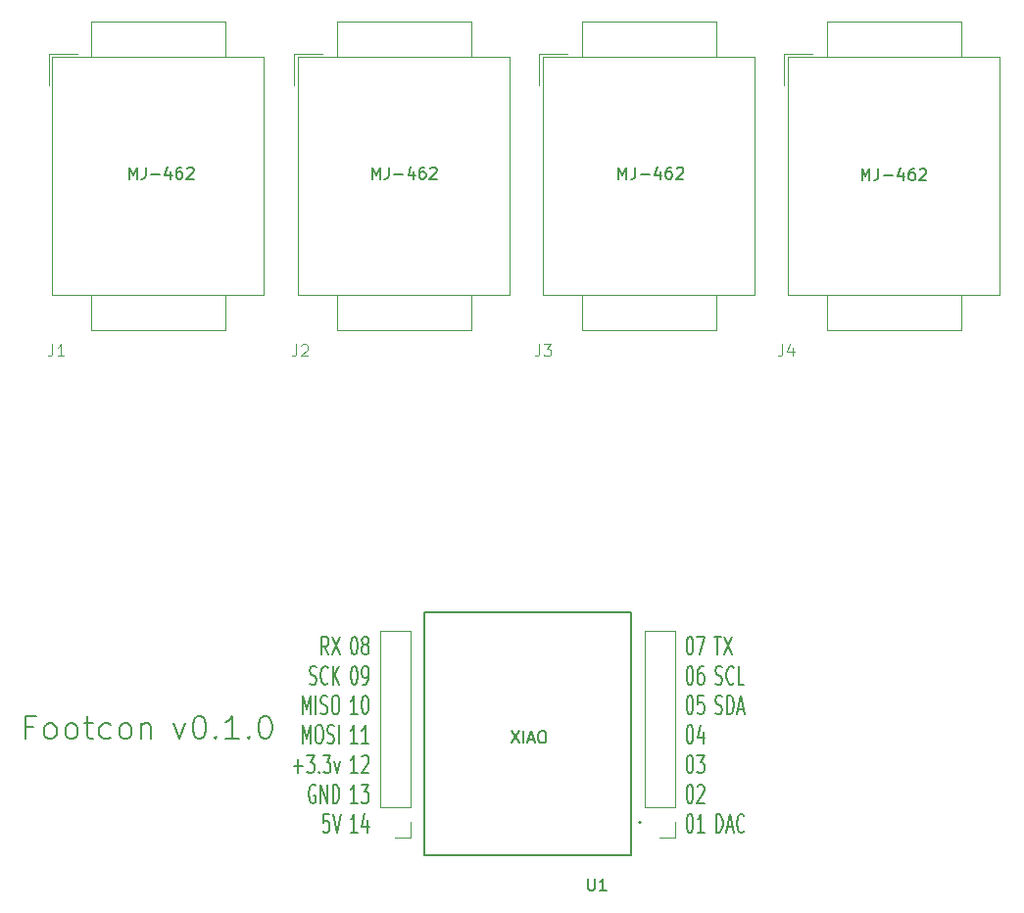
<source format=gbr>
%TF.GenerationSoftware,KiCad,Pcbnew,(7.0.0)*%
%TF.CreationDate,2023-02-28T10:18:03+09:00*%
%TF.ProjectId,footcon,666f6f74-636f-46e2-9e6b-696361645f70,0.10*%
%TF.SameCoordinates,Original*%
%TF.FileFunction,Legend,Top*%
%TF.FilePolarity,Positive*%
%FSLAX46Y46*%
G04 Gerber Fmt 4.6, Leading zero omitted, Abs format (unit mm)*
G04 Created by KiCad (PCBNEW (7.0.0)) date 2023-02-28 10:18:03*
%MOMM*%
%LPD*%
G01*
G04 APERTURE LIST*
%ADD10C,0.150000*%
%ADD11C,0.200000*%
%ADD12C,0.100000*%
%ADD13C,0.120000*%
%ADD14C,0.127000*%
G04 APERTURE END LIST*
D10*
X128409048Y-120598561D02*
X128075715Y-119846180D01*
X127837620Y-120598561D02*
X127837620Y-119018561D01*
X127837620Y-119018561D02*
X128218572Y-119018561D01*
X128218572Y-119018561D02*
X128313810Y-119093800D01*
X128313810Y-119093800D02*
X128361429Y-119169038D01*
X128361429Y-119169038D02*
X128409048Y-119319514D01*
X128409048Y-119319514D02*
X128409048Y-119545228D01*
X128409048Y-119545228D02*
X128361429Y-119695704D01*
X128361429Y-119695704D02*
X128313810Y-119770942D01*
X128313810Y-119770942D02*
X128218572Y-119846180D01*
X128218572Y-119846180D02*
X127837620Y-119846180D01*
X128742382Y-119018561D02*
X129409048Y-120598561D01*
X129409048Y-119018561D02*
X128742382Y-120598561D01*
X130580477Y-119018561D02*
X130675715Y-119018561D01*
X130675715Y-119018561D02*
X130770953Y-119093800D01*
X130770953Y-119093800D02*
X130818572Y-119169038D01*
X130818572Y-119169038D02*
X130866191Y-119319514D01*
X130866191Y-119319514D02*
X130913810Y-119620466D01*
X130913810Y-119620466D02*
X130913810Y-119996657D01*
X130913810Y-119996657D02*
X130866191Y-120297609D01*
X130866191Y-120297609D02*
X130818572Y-120448085D01*
X130818572Y-120448085D02*
X130770953Y-120523323D01*
X130770953Y-120523323D02*
X130675715Y-120598561D01*
X130675715Y-120598561D02*
X130580477Y-120598561D01*
X130580477Y-120598561D02*
X130485239Y-120523323D01*
X130485239Y-120523323D02*
X130437620Y-120448085D01*
X130437620Y-120448085D02*
X130390001Y-120297609D01*
X130390001Y-120297609D02*
X130342382Y-119996657D01*
X130342382Y-119996657D02*
X130342382Y-119620466D01*
X130342382Y-119620466D02*
X130390001Y-119319514D01*
X130390001Y-119319514D02*
X130437620Y-119169038D01*
X130437620Y-119169038D02*
X130485239Y-119093800D01*
X130485239Y-119093800D02*
X130580477Y-119018561D01*
X131485239Y-119695704D02*
X131390001Y-119620466D01*
X131390001Y-119620466D02*
X131342382Y-119545228D01*
X131342382Y-119545228D02*
X131294763Y-119394752D01*
X131294763Y-119394752D02*
X131294763Y-119319514D01*
X131294763Y-119319514D02*
X131342382Y-119169038D01*
X131342382Y-119169038D02*
X131390001Y-119093800D01*
X131390001Y-119093800D02*
X131485239Y-119018561D01*
X131485239Y-119018561D02*
X131675715Y-119018561D01*
X131675715Y-119018561D02*
X131770953Y-119093800D01*
X131770953Y-119093800D02*
X131818572Y-119169038D01*
X131818572Y-119169038D02*
X131866191Y-119319514D01*
X131866191Y-119319514D02*
X131866191Y-119394752D01*
X131866191Y-119394752D02*
X131818572Y-119545228D01*
X131818572Y-119545228D02*
X131770953Y-119620466D01*
X131770953Y-119620466D02*
X131675715Y-119695704D01*
X131675715Y-119695704D02*
X131485239Y-119695704D01*
X131485239Y-119695704D02*
X131390001Y-119770942D01*
X131390001Y-119770942D02*
X131342382Y-119846180D01*
X131342382Y-119846180D02*
X131294763Y-119996657D01*
X131294763Y-119996657D02*
X131294763Y-120297609D01*
X131294763Y-120297609D02*
X131342382Y-120448085D01*
X131342382Y-120448085D02*
X131390001Y-120523323D01*
X131390001Y-120523323D02*
X131485239Y-120598561D01*
X131485239Y-120598561D02*
X131675715Y-120598561D01*
X131675715Y-120598561D02*
X131770953Y-120523323D01*
X131770953Y-120523323D02*
X131818572Y-120448085D01*
X131818572Y-120448085D02*
X131866191Y-120297609D01*
X131866191Y-120297609D02*
X131866191Y-119996657D01*
X131866191Y-119996657D02*
X131818572Y-119846180D01*
X131818572Y-119846180D02*
X131770953Y-119770942D01*
X131770953Y-119770942D02*
X131675715Y-119695704D01*
X126790001Y-123082923D02*
X126932858Y-123158161D01*
X126932858Y-123158161D02*
X127170953Y-123158161D01*
X127170953Y-123158161D02*
X127266191Y-123082923D01*
X127266191Y-123082923D02*
X127313810Y-123007685D01*
X127313810Y-123007685D02*
X127361429Y-122857209D01*
X127361429Y-122857209D02*
X127361429Y-122706733D01*
X127361429Y-122706733D02*
X127313810Y-122556257D01*
X127313810Y-122556257D02*
X127266191Y-122481019D01*
X127266191Y-122481019D02*
X127170953Y-122405780D01*
X127170953Y-122405780D02*
X126980477Y-122330542D01*
X126980477Y-122330542D02*
X126885239Y-122255304D01*
X126885239Y-122255304D02*
X126837620Y-122180066D01*
X126837620Y-122180066D02*
X126790001Y-122029590D01*
X126790001Y-122029590D02*
X126790001Y-121879114D01*
X126790001Y-121879114D02*
X126837620Y-121728638D01*
X126837620Y-121728638D02*
X126885239Y-121653400D01*
X126885239Y-121653400D02*
X126980477Y-121578161D01*
X126980477Y-121578161D02*
X127218572Y-121578161D01*
X127218572Y-121578161D02*
X127361429Y-121653400D01*
X128361429Y-123007685D02*
X128313810Y-123082923D01*
X128313810Y-123082923D02*
X128170953Y-123158161D01*
X128170953Y-123158161D02*
X128075715Y-123158161D01*
X128075715Y-123158161D02*
X127932858Y-123082923D01*
X127932858Y-123082923D02*
X127837620Y-122932447D01*
X127837620Y-122932447D02*
X127790001Y-122781971D01*
X127790001Y-122781971D02*
X127742382Y-122481019D01*
X127742382Y-122481019D02*
X127742382Y-122255304D01*
X127742382Y-122255304D02*
X127790001Y-121954352D01*
X127790001Y-121954352D02*
X127837620Y-121803876D01*
X127837620Y-121803876D02*
X127932858Y-121653400D01*
X127932858Y-121653400D02*
X128075715Y-121578161D01*
X128075715Y-121578161D02*
X128170953Y-121578161D01*
X128170953Y-121578161D02*
X128313810Y-121653400D01*
X128313810Y-121653400D02*
X128361429Y-121728638D01*
X128790001Y-123158161D02*
X128790001Y-121578161D01*
X129361429Y-123158161D02*
X128932858Y-122255304D01*
X129361429Y-121578161D02*
X128790001Y-122481019D01*
X130580477Y-121578161D02*
X130675715Y-121578161D01*
X130675715Y-121578161D02*
X130770953Y-121653400D01*
X130770953Y-121653400D02*
X130818572Y-121728638D01*
X130818572Y-121728638D02*
X130866191Y-121879114D01*
X130866191Y-121879114D02*
X130913810Y-122180066D01*
X130913810Y-122180066D02*
X130913810Y-122556257D01*
X130913810Y-122556257D02*
X130866191Y-122857209D01*
X130866191Y-122857209D02*
X130818572Y-123007685D01*
X130818572Y-123007685D02*
X130770953Y-123082923D01*
X130770953Y-123082923D02*
X130675715Y-123158161D01*
X130675715Y-123158161D02*
X130580477Y-123158161D01*
X130580477Y-123158161D02*
X130485239Y-123082923D01*
X130485239Y-123082923D02*
X130437620Y-123007685D01*
X130437620Y-123007685D02*
X130390001Y-122857209D01*
X130390001Y-122857209D02*
X130342382Y-122556257D01*
X130342382Y-122556257D02*
X130342382Y-122180066D01*
X130342382Y-122180066D02*
X130390001Y-121879114D01*
X130390001Y-121879114D02*
X130437620Y-121728638D01*
X130437620Y-121728638D02*
X130485239Y-121653400D01*
X130485239Y-121653400D02*
X130580477Y-121578161D01*
X131390001Y-123158161D02*
X131580477Y-123158161D01*
X131580477Y-123158161D02*
X131675715Y-123082923D01*
X131675715Y-123082923D02*
X131723334Y-123007685D01*
X131723334Y-123007685D02*
X131818572Y-122781971D01*
X131818572Y-122781971D02*
X131866191Y-122481019D01*
X131866191Y-122481019D02*
X131866191Y-121879114D01*
X131866191Y-121879114D02*
X131818572Y-121728638D01*
X131818572Y-121728638D02*
X131770953Y-121653400D01*
X131770953Y-121653400D02*
X131675715Y-121578161D01*
X131675715Y-121578161D02*
X131485239Y-121578161D01*
X131485239Y-121578161D02*
X131390001Y-121653400D01*
X131390001Y-121653400D02*
X131342382Y-121728638D01*
X131342382Y-121728638D02*
X131294763Y-121879114D01*
X131294763Y-121879114D02*
X131294763Y-122255304D01*
X131294763Y-122255304D02*
X131342382Y-122405780D01*
X131342382Y-122405780D02*
X131390001Y-122481019D01*
X131390001Y-122481019D02*
X131485239Y-122556257D01*
X131485239Y-122556257D02*
X131675715Y-122556257D01*
X131675715Y-122556257D02*
X131770953Y-122481019D01*
X131770953Y-122481019D02*
X131818572Y-122405780D01*
X131818572Y-122405780D02*
X131866191Y-122255304D01*
X126170954Y-125717761D02*
X126170954Y-124137761D01*
X126170954Y-124137761D02*
X126504287Y-125266333D01*
X126504287Y-125266333D02*
X126837620Y-124137761D01*
X126837620Y-124137761D02*
X126837620Y-125717761D01*
X127313811Y-125717761D02*
X127313811Y-124137761D01*
X127742382Y-125642523D02*
X127885239Y-125717761D01*
X127885239Y-125717761D02*
X128123334Y-125717761D01*
X128123334Y-125717761D02*
X128218572Y-125642523D01*
X128218572Y-125642523D02*
X128266191Y-125567285D01*
X128266191Y-125567285D02*
X128313810Y-125416809D01*
X128313810Y-125416809D02*
X128313810Y-125266333D01*
X128313810Y-125266333D02*
X128266191Y-125115857D01*
X128266191Y-125115857D02*
X128218572Y-125040619D01*
X128218572Y-125040619D02*
X128123334Y-124965380D01*
X128123334Y-124965380D02*
X127932858Y-124890142D01*
X127932858Y-124890142D02*
X127837620Y-124814904D01*
X127837620Y-124814904D02*
X127790001Y-124739666D01*
X127790001Y-124739666D02*
X127742382Y-124589190D01*
X127742382Y-124589190D02*
X127742382Y-124438714D01*
X127742382Y-124438714D02*
X127790001Y-124288238D01*
X127790001Y-124288238D02*
X127837620Y-124213000D01*
X127837620Y-124213000D02*
X127932858Y-124137761D01*
X127932858Y-124137761D02*
X128170953Y-124137761D01*
X128170953Y-124137761D02*
X128313810Y-124213000D01*
X128932858Y-124137761D02*
X129123334Y-124137761D01*
X129123334Y-124137761D02*
X129218572Y-124213000D01*
X129218572Y-124213000D02*
X129313810Y-124363476D01*
X129313810Y-124363476D02*
X129361429Y-124664428D01*
X129361429Y-124664428D02*
X129361429Y-125191095D01*
X129361429Y-125191095D02*
X129313810Y-125492047D01*
X129313810Y-125492047D02*
X129218572Y-125642523D01*
X129218572Y-125642523D02*
X129123334Y-125717761D01*
X129123334Y-125717761D02*
X128932858Y-125717761D01*
X128932858Y-125717761D02*
X128837620Y-125642523D01*
X128837620Y-125642523D02*
X128742382Y-125492047D01*
X128742382Y-125492047D02*
X128694763Y-125191095D01*
X128694763Y-125191095D02*
X128694763Y-124664428D01*
X128694763Y-124664428D02*
X128742382Y-124363476D01*
X128742382Y-124363476D02*
X128837620Y-124213000D01*
X128837620Y-124213000D02*
X128932858Y-124137761D01*
X130913810Y-125717761D02*
X130342382Y-125717761D01*
X130628096Y-125717761D02*
X130628096Y-124137761D01*
X130628096Y-124137761D02*
X130532858Y-124363476D01*
X130532858Y-124363476D02*
X130437620Y-124513952D01*
X130437620Y-124513952D02*
X130342382Y-124589190D01*
X131532858Y-124137761D02*
X131628096Y-124137761D01*
X131628096Y-124137761D02*
X131723334Y-124213000D01*
X131723334Y-124213000D02*
X131770953Y-124288238D01*
X131770953Y-124288238D02*
X131818572Y-124438714D01*
X131818572Y-124438714D02*
X131866191Y-124739666D01*
X131866191Y-124739666D02*
X131866191Y-125115857D01*
X131866191Y-125115857D02*
X131818572Y-125416809D01*
X131818572Y-125416809D02*
X131770953Y-125567285D01*
X131770953Y-125567285D02*
X131723334Y-125642523D01*
X131723334Y-125642523D02*
X131628096Y-125717761D01*
X131628096Y-125717761D02*
X131532858Y-125717761D01*
X131532858Y-125717761D02*
X131437620Y-125642523D01*
X131437620Y-125642523D02*
X131390001Y-125567285D01*
X131390001Y-125567285D02*
X131342382Y-125416809D01*
X131342382Y-125416809D02*
X131294763Y-125115857D01*
X131294763Y-125115857D02*
X131294763Y-124739666D01*
X131294763Y-124739666D02*
X131342382Y-124438714D01*
X131342382Y-124438714D02*
X131390001Y-124288238D01*
X131390001Y-124288238D02*
X131437620Y-124213000D01*
X131437620Y-124213000D02*
X131532858Y-124137761D01*
X126170954Y-128277361D02*
X126170954Y-126697361D01*
X126170954Y-126697361D02*
X126504287Y-127825933D01*
X126504287Y-127825933D02*
X126837620Y-126697361D01*
X126837620Y-126697361D02*
X126837620Y-128277361D01*
X127504287Y-126697361D02*
X127694763Y-126697361D01*
X127694763Y-126697361D02*
X127790001Y-126772600D01*
X127790001Y-126772600D02*
X127885239Y-126923076D01*
X127885239Y-126923076D02*
X127932858Y-127224028D01*
X127932858Y-127224028D02*
X127932858Y-127750695D01*
X127932858Y-127750695D02*
X127885239Y-128051647D01*
X127885239Y-128051647D02*
X127790001Y-128202123D01*
X127790001Y-128202123D02*
X127694763Y-128277361D01*
X127694763Y-128277361D02*
X127504287Y-128277361D01*
X127504287Y-128277361D02*
X127409049Y-128202123D01*
X127409049Y-128202123D02*
X127313811Y-128051647D01*
X127313811Y-128051647D02*
X127266192Y-127750695D01*
X127266192Y-127750695D02*
X127266192Y-127224028D01*
X127266192Y-127224028D02*
X127313811Y-126923076D01*
X127313811Y-126923076D02*
X127409049Y-126772600D01*
X127409049Y-126772600D02*
X127504287Y-126697361D01*
X128313811Y-128202123D02*
X128456668Y-128277361D01*
X128456668Y-128277361D02*
X128694763Y-128277361D01*
X128694763Y-128277361D02*
X128790001Y-128202123D01*
X128790001Y-128202123D02*
X128837620Y-128126885D01*
X128837620Y-128126885D02*
X128885239Y-127976409D01*
X128885239Y-127976409D02*
X128885239Y-127825933D01*
X128885239Y-127825933D02*
X128837620Y-127675457D01*
X128837620Y-127675457D02*
X128790001Y-127600219D01*
X128790001Y-127600219D02*
X128694763Y-127524980D01*
X128694763Y-127524980D02*
X128504287Y-127449742D01*
X128504287Y-127449742D02*
X128409049Y-127374504D01*
X128409049Y-127374504D02*
X128361430Y-127299266D01*
X128361430Y-127299266D02*
X128313811Y-127148790D01*
X128313811Y-127148790D02*
X128313811Y-126998314D01*
X128313811Y-126998314D02*
X128361430Y-126847838D01*
X128361430Y-126847838D02*
X128409049Y-126772600D01*
X128409049Y-126772600D02*
X128504287Y-126697361D01*
X128504287Y-126697361D02*
X128742382Y-126697361D01*
X128742382Y-126697361D02*
X128885239Y-126772600D01*
X129313811Y-128277361D02*
X129313811Y-126697361D01*
X130913810Y-128277361D02*
X130342382Y-128277361D01*
X130628096Y-128277361D02*
X130628096Y-126697361D01*
X130628096Y-126697361D02*
X130532858Y-126923076D01*
X130532858Y-126923076D02*
X130437620Y-127073552D01*
X130437620Y-127073552D02*
X130342382Y-127148790D01*
X131866191Y-128277361D02*
X131294763Y-128277361D01*
X131580477Y-128277361D02*
X131580477Y-126697361D01*
X131580477Y-126697361D02*
X131485239Y-126923076D01*
X131485239Y-126923076D02*
X131390001Y-127073552D01*
X131390001Y-127073552D02*
X131294763Y-127148790D01*
X125409049Y-130235057D02*
X126170954Y-130235057D01*
X125790001Y-130836961D02*
X125790001Y-129633152D01*
X126551906Y-129256961D02*
X127170953Y-129256961D01*
X127170953Y-129256961D02*
X126837620Y-129858866D01*
X126837620Y-129858866D02*
X126980477Y-129858866D01*
X126980477Y-129858866D02*
X127075715Y-129934104D01*
X127075715Y-129934104D02*
X127123334Y-130009342D01*
X127123334Y-130009342D02*
X127170953Y-130159819D01*
X127170953Y-130159819D02*
X127170953Y-130536009D01*
X127170953Y-130536009D02*
X127123334Y-130686485D01*
X127123334Y-130686485D02*
X127075715Y-130761723D01*
X127075715Y-130761723D02*
X126980477Y-130836961D01*
X126980477Y-130836961D02*
X126694763Y-130836961D01*
X126694763Y-130836961D02*
X126599525Y-130761723D01*
X126599525Y-130761723D02*
X126551906Y-130686485D01*
X127599525Y-130686485D02*
X127647144Y-130761723D01*
X127647144Y-130761723D02*
X127599525Y-130836961D01*
X127599525Y-130836961D02*
X127551906Y-130761723D01*
X127551906Y-130761723D02*
X127599525Y-130686485D01*
X127599525Y-130686485D02*
X127599525Y-130836961D01*
X127980477Y-129256961D02*
X128599524Y-129256961D01*
X128599524Y-129256961D02*
X128266191Y-129858866D01*
X128266191Y-129858866D02*
X128409048Y-129858866D01*
X128409048Y-129858866D02*
X128504286Y-129934104D01*
X128504286Y-129934104D02*
X128551905Y-130009342D01*
X128551905Y-130009342D02*
X128599524Y-130159819D01*
X128599524Y-130159819D02*
X128599524Y-130536009D01*
X128599524Y-130536009D02*
X128551905Y-130686485D01*
X128551905Y-130686485D02*
X128504286Y-130761723D01*
X128504286Y-130761723D02*
X128409048Y-130836961D01*
X128409048Y-130836961D02*
X128123334Y-130836961D01*
X128123334Y-130836961D02*
X128028096Y-130761723D01*
X128028096Y-130761723D02*
X127980477Y-130686485D01*
X128932858Y-129783628D02*
X129170953Y-130836961D01*
X129170953Y-130836961D02*
X129409048Y-129783628D01*
X130913810Y-130836961D02*
X130342382Y-130836961D01*
X130628096Y-130836961D02*
X130628096Y-129256961D01*
X130628096Y-129256961D02*
X130532858Y-129482676D01*
X130532858Y-129482676D02*
X130437620Y-129633152D01*
X130437620Y-129633152D02*
X130342382Y-129708390D01*
X131294763Y-129407438D02*
X131342382Y-129332200D01*
X131342382Y-129332200D02*
X131437620Y-129256961D01*
X131437620Y-129256961D02*
X131675715Y-129256961D01*
X131675715Y-129256961D02*
X131770953Y-129332200D01*
X131770953Y-129332200D02*
X131818572Y-129407438D01*
X131818572Y-129407438D02*
X131866191Y-129557914D01*
X131866191Y-129557914D02*
X131866191Y-129708390D01*
X131866191Y-129708390D02*
X131818572Y-129934104D01*
X131818572Y-129934104D02*
X131247144Y-130836961D01*
X131247144Y-130836961D02*
X131866191Y-130836961D01*
X127266191Y-131891800D02*
X127170953Y-131816561D01*
X127170953Y-131816561D02*
X127028096Y-131816561D01*
X127028096Y-131816561D02*
X126885239Y-131891800D01*
X126885239Y-131891800D02*
X126790001Y-132042276D01*
X126790001Y-132042276D02*
X126742382Y-132192752D01*
X126742382Y-132192752D02*
X126694763Y-132493704D01*
X126694763Y-132493704D02*
X126694763Y-132719419D01*
X126694763Y-132719419D02*
X126742382Y-133020371D01*
X126742382Y-133020371D02*
X126790001Y-133170847D01*
X126790001Y-133170847D02*
X126885239Y-133321323D01*
X126885239Y-133321323D02*
X127028096Y-133396561D01*
X127028096Y-133396561D02*
X127123334Y-133396561D01*
X127123334Y-133396561D02*
X127266191Y-133321323D01*
X127266191Y-133321323D02*
X127313810Y-133246085D01*
X127313810Y-133246085D02*
X127313810Y-132719419D01*
X127313810Y-132719419D02*
X127123334Y-132719419D01*
X127742382Y-133396561D02*
X127742382Y-131816561D01*
X127742382Y-131816561D02*
X128313810Y-133396561D01*
X128313810Y-133396561D02*
X128313810Y-131816561D01*
X128790001Y-133396561D02*
X128790001Y-131816561D01*
X128790001Y-131816561D02*
X129028096Y-131816561D01*
X129028096Y-131816561D02*
X129170953Y-131891800D01*
X129170953Y-131891800D02*
X129266191Y-132042276D01*
X129266191Y-132042276D02*
X129313810Y-132192752D01*
X129313810Y-132192752D02*
X129361429Y-132493704D01*
X129361429Y-132493704D02*
X129361429Y-132719419D01*
X129361429Y-132719419D02*
X129313810Y-133020371D01*
X129313810Y-133020371D02*
X129266191Y-133170847D01*
X129266191Y-133170847D02*
X129170953Y-133321323D01*
X129170953Y-133321323D02*
X129028096Y-133396561D01*
X129028096Y-133396561D02*
X128790001Y-133396561D01*
X130913810Y-133396561D02*
X130342382Y-133396561D01*
X130628096Y-133396561D02*
X130628096Y-131816561D01*
X130628096Y-131816561D02*
X130532858Y-132042276D01*
X130532858Y-132042276D02*
X130437620Y-132192752D01*
X130437620Y-132192752D02*
X130342382Y-132267990D01*
X131247144Y-131816561D02*
X131866191Y-131816561D01*
X131866191Y-131816561D02*
X131532858Y-132418466D01*
X131532858Y-132418466D02*
X131675715Y-132418466D01*
X131675715Y-132418466D02*
X131770953Y-132493704D01*
X131770953Y-132493704D02*
X131818572Y-132568942D01*
X131818572Y-132568942D02*
X131866191Y-132719419D01*
X131866191Y-132719419D02*
X131866191Y-133095609D01*
X131866191Y-133095609D02*
X131818572Y-133246085D01*
X131818572Y-133246085D02*
X131770953Y-133321323D01*
X131770953Y-133321323D02*
X131675715Y-133396561D01*
X131675715Y-133396561D02*
X131390001Y-133396561D01*
X131390001Y-133396561D02*
X131294763Y-133321323D01*
X131294763Y-133321323D02*
X131247144Y-133246085D01*
X128456667Y-134376161D02*
X127980477Y-134376161D01*
X127980477Y-134376161D02*
X127932858Y-135128542D01*
X127932858Y-135128542D02*
X127980477Y-135053304D01*
X127980477Y-135053304D02*
X128075715Y-134978066D01*
X128075715Y-134978066D02*
X128313810Y-134978066D01*
X128313810Y-134978066D02*
X128409048Y-135053304D01*
X128409048Y-135053304D02*
X128456667Y-135128542D01*
X128456667Y-135128542D02*
X128504286Y-135279019D01*
X128504286Y-135279019D02*
X128504286Y-135655209D01*
X128504286Y-135655209D02*
X128456667Y-135805685D01*
X128456667Y-135805685D02*
X128409048Y-135880923D01*
X128409048Y-135880923D02*
X128313810Y-135956161D01*
X128313810Y-135956161D02*
X128075715Y-135956161D01*
X128075715Y-135956161D02*
X127980477Y-135880923D01*
X127980477Y-135880923D02*
X127932858Y-135805685D01*
X128790001Y-134376161D02*
X129123334Y-135956161D01*
X129123334Y-135956161D02*
X129456667Y-134376161D01*
X130913810Y-135956161D02*
X130342382Y-135956161D01*
X130628096Y-135956161D02*
X130628096Y-134376161D01*
X130628096Y-134376161D02*
X130532858Y-134601876D01*
X130532858Y-134601876D02*
X130437620Y-134752352D01*
X130437620Y-134752352D02*
X130342382Y-134827590D01*
X131770953Y-134902828D02*
X131770953Y-135956161D01*
X131532858Y-134300923D02*
X131294763Y-135429495D01*
X131294763Y-135429495D02*
X131913810Y-135429495D01*
X159585239Y-119018561D02*
X159680477Y-119018561D01*
X159680477Y-119018561D02*
X159775715Y-119093800D01*
X159775715Y-119093800D02*
X159823334Y-119169038D01*
X159823334Y-119169038D02*
X159870953Y-119319514D01*
X159870953Y-119319514D02*
X159918572Y-119620466D01*
X159918572Y-119620466D02*
X159918572Y-119996657D01*
X159918572Y-119996657D02*
X159870953Y-120297609D01*
X159870953Y-120297609D02*
X159823334Y-120448085D01*
X159823334Y-120448085D02*
X159775715Y-120523323D01*
X159775715Y-120523323D02*
X159680477Y-120598561D01*
X159680477Y-120598561D02*
X159585239Y-120598561D01*
X159585239Y-120598561D02*
X159490001Y-120523323D01*
X159490001Y-120523323D02*
X159442382Y-120448085D01*
X159442382Y-120448085D02*
X159394763Y-120297609D01*
X159394763Y-120297609D02*
X159347144Y-119996657D01*
X159347144Y-119996657D02*
X159347144Y-119620466D01*
X159347144Y-119620466D02*
X159394763Y-119319514D01*
X159394763Y-119319514D02*
X159442382Y-119169038D01*
X159442382Y-119169038D02*
X159490001Y-119093800D01*
X159490001Y-119093800D02*
X159585239Y-119018561D01*
X160251906Y-119018561D02*
X160918572Y-119018561D01*
X160918572Y-119018561D02*
X160490001Y-120598561D01*
X161756668Y-119018561D02*
X162328096Y-119018561D01*
X162042382Y-120598561D02*
X162042382Y-119018561D01*
X162566192Y-119018561D02*
X163232858Y-120598561D01*
X163232858Y-119018561D02*
X162566192Y-120598561D01*
X159585239Y-121578161D02*
X159680477Y-121578161D01*
X159680477Y-121578161D02*
X159775715Y-121653400D01*
X159775715Y-121653400D02*
X159823334Y-121728638D01*
X159823334Y-121728638D02*
X159870953Y-121879114D01*
X159870953Y-121879114D02*
X159918572Y-122180066D01*
X159918572Y-122180066D02*
X159918572Y-122556257D01*
X159918572Y-122556257D02*
X159870953Y-122857209D01*
X159870953Y-122857209D02*
X159823334Y-123007685D01*
X159823334Y-123007685D02*
X159775715Y-123082923D01*
X159775715Y-123082923D02*
X159680477Y-123158161D01*
X159680477Y-123158161D02*
X159585239Y-123158161D01*
X159585239Y-123158161D02*
X159490001Y-123082923D01*
X159490001Y-123082923D02*
X159442382Y-123007685D01*
X159442382Y-123007685D02*
X159394763Y-122857209D01*
X159394763Y-122857209D02*
X159347144Y-122556257D01*
X159347144Y-122556257D02*
X159347144Y-122180066D01*
X159347144Y-122180066D02*
X159394763Y-121879114D01*
X159394763Y-121879114D02*
X159442382Y-121728638D01*
X159442382Y-121728638D02*
X159490001Y-121653400D01*
X159490001Y-121653400D02*
X159585239Y-121578161D01*
X160775715Y-121578161D02*
X160585239Y-121578161D01*
X160585239Y-121578161D02*
X160490001Y-121653400D01*
X160490001Y-121653400D02*
X160442382Y-121728638D01*
X160442382Y-121728638D02*
X160347144Y-121954352D01*
X160347144Y-121954352D02*
X160299525Y-122255304D01*
X160299525Y-122255304D02*
X160299525Y-122857209D01*
X160299525Y-122857209D02*
X160347144Y-123007685D01*
X160347144Y-123007685D02*
X160394763Y-123082923D01*
X160394763Y-123082923D02*
X160490001Y-123158161D01*
X160490001Y-123158161D02*
X160680477Y-123158161D01*
X160680477Y-123158161D02*
X160775715Y-123082923D01*
X160775715Y-123082923D02*
X160823334Y-123007685D01*
X160823334Y-123007685D02*
X160870953Y-122857209D01*
X160870953Y-122857209D02*
X160870953Y-122481019D01*
X160870953Y-122481019D02*
X160823334Y-122330542D01*
X160823334Y-122330542D02*
X160775715Y-122255304D01*
X160775715Y-122255304D02*
X160680477Y-122180066D01*
X160680477Y-122180066D02*
X160490001Y-122180066D01*
X160490001Y-122180066D02*
X160394763Y-122255304D01*
X160394763Y-122255304D02*
X160347144Y-122330542D01*
X160347144Y-122330542D02*
X160299525Y-122481019D01*
X161851906Y-123082923D02*
X161994763Y-123158161D01*
X161994763Y-123158161D02*
X162232858Y-123158161D01*
X162232858Y-123158161D02*
X162328096Y-123082923D01*
X162328096Y-123082923D02*
X162375715Y-123007685D01*
X162375715Y-123007685D02*
X162423334Y-122857209D01*
X162423334Y-122857209D02*
X162423334Y-122706733D01*
X162423334Y-122706733D02*
X162375715Y-122556257D01*
X162375715Y-122556257D02*
X162328096Y-122481019D01*
X162328096Y-122481019D02*
X162232858Y-122405780D01*
X162232858Y-122405780D02*
X162042382Y-122330542D01*
X162042382Y-122330542D02*
X161947144Y-122255304D01*
X161947144Y-122255304D02*
X161899525Y-122180066D01*
X161899525Y-122180066D02*
X161851906Y-122029590D01*
X161851906Y-122029590D02*
X161851906Y-121879114D01*
X161851906Y-121879114D02*
X161899525Y-121728638D01*
X161899525Y-121728638D02*
X161947144Y-121653400D01*
X161947144Y-121653400D02*
X162042382Y-121578161D01*
X162042382Y-121578161D02*
X162280477Y-121578161D01*
X162280477Y-121578161D02*
X162423334Y-121653400D01*
X163423334Y-123007685D02*
X163375715Y-123082923D01*
X163375715Y-123082923D02*
X163232858Y-123158161D01*
X163232858Y-123158161D02*
X163137620Y-123158161D01*
X163137620Y-123158161D02*
X162994763Y-123082923D01*
X162994763Y-123082923D02*
X162899525Y-122932447D01*
X162899525Y-122932447D02*
X162851906Y-122781971D01*
X162851906Y-122781971D02*
X162804287Y-122481019D01*
X162804287Y-122481019D02*
X162804287Y-122255304D01*
X162804287Y-122255304D02*
X162851906Y-121954352D01*
X162851906Y-121954352D02*
X162899525Y-121803876D01*
X162899525Y-121803876D02*
X162994763Y-121653400D01*
X162994763Y-121653400D02*
X163137620Y-121578161D01*
X163137620Y-121578161D02*
X163232858Y-121578161D01*
X163232858Y-121578161D02*
X163375715Y-121653400D01*
X163375715Y-121653400D02*
X163423334Y-121728638D01*
X164328096Y-123158161D02*
X163851906Y-123158161D01*
X163851906Y-123158161D02*
X163851906Y-121578161D01*
X159585239Y-124137761D02*
X159680477Y-124137761D01*
X159680477Y-124137761D02*
X159775715Y-124213000D01*
X159775715Y-124213000D02*
X159823334Y-124288238D01*
X159823334Y-124288238D02*
X159870953Y-124438714D01*
X159870953Y-124438714D02*
X159918572Y-124739666D01*
X159918572Y-124739666D02*
X159918572Y-125115857D01*
X159918572Y-125115857D02*
X159870953Y-125416809D01*
X159870953Y-125416809D02*
X159823334Y-125567285D01*
X159823334Y-125567285D02*
X159775715Y-125642523D01*
X159775715Y-125642523D02*
X159680477Y-125717761D01*
X159680477Y-125717761D02*
X159585239Y-125717761D01*
X159585239Y-125717761D02*
X159490001Y-125642523D01*
X159490001Y-125642523D02*
X159442382Y-125567285D01*
X159442382Y-125567285D02*
X159394763Y-125416809D01*
X159394763Y-125416809D02*
X159347144Y-125115857D01*
X159347144Y-125115857D02*
X159347144Y-124739666D01*
X159347144Y-124739666D02*
X159394763Y-124438714D01*
X159394763Y-124438714D02*
X159442382Y-124288238D01*
X159442382Y-124288238D02*
X159490001Y-124213000D01*
X159490001Y-124213000D02*
X159585239Y-124137761D01*
X160823334Y-124137761D02*
X160347144Y-124137761D01*
X160347144Y-124137761D02*
X160299525Y-124890142D01*
X160299525Y-124890142D02*
X160347144Y-124814904D01*
X160347144Y-124814904D02*
X160442382Y-124739666D01*
X160442382Y-124739666D02*
X160680477Y-124739666D01*
X160680477Y-124739666D02*
X160775715Y-124814904D01*
X160775715Y-124814904D02*
X160823334Y-124890142D01*
X160823334Y-124890142D02*
X160870953Y-125040619D01*
X160870953Y-125040619D02*
X160870953Y-125416809D01*
X160870953Y-125416809D02*
X160823334Y-125567285D01*
X160823334Y-125567285D02*
X160775715Y-125642523D01*
X160775715Y-125642523D02*
X160680477Y-125717761D01*
X160680477Y-125717761D02*
X160442382Y-125717761D01*
X160442382Y-125717761D02*
X160347144Y-125642523D01*
X160347144Y-125642523D02*
X160299525Y-125567285D01*
X161851906Y-125642523D02*
X161994763Y-125717761D01*
X161994763Y-125717761D02*
X162232858Y-125717761D01*
X162232858Y-125717761D02*
X162328096Y-125642523D01*
X162328096Y-125642523D02*
X162375715Y-125567285D01*
X162375715Y-125567285D02*
X162423334Y-125416809D01*
X162423334Y-125416809D02*
X162423334Y-125266333D01*
X162423334Y-125266333D02*
X162375715Y-125115857D01*
X162375715Y-125115857D02*
X162328096Y-125040619D01*
X162328096Y-125040619D02*
X162232858Y-124965380D01*
X162232858Y-124965380D02*
X162042382Y-124890142D01*
X162042382Y-124890142D02*
X161947144Y-124814904D01*
X161947144Y-124814904D02*
X161899525Y-124739666D01*
X161899525Y-124739666D02*
X161851906Y-124589190D01*
X161851906Y-124589190D02*
X161851906Y-124438714D01*
X161851906Y-124438714D02*
X161899525Y-124288238D01*
X161899525Y-124288238D02*
X161947144Y-124213000D01*
X161947144Y-124213000D02*
X162042382Y-124137761D01*
X162042382Y-124137761D02*
X162280477Y-124137761D01*
X162280477Y-124137761D02*
X162423334Y-124213000D01*
X162851906Y-125717761D02*
X162851906Y-124137761D01*
X162851906Y-124137761D02*
X163090001Y-124137761D01*
X163090001Y-124137761D02*
X163232858Y-124213000D01*
X163232858Y-124213000D02*
X163328096Y-124363476D01*
X163328096Y-124363476D02*
X163375715Y-124513952D01*
X163375715Y-124513952D02*
X163423334Y-124814904D01*
X163423334Y-124814904D02*
X163423334Y-125040619D01*
X163423334Y-125040619D02*
X163375715Y-125341571D01*
X163375715Y-125341571D02*
X163328096Y-125492047D01*
X163328096Y-125492047D02*
X163232858Y-125642523D01*
X163232858Y-125642523D02*
X163090001Y-125717761D01*
X163090001Y-125717761D02*
X162851906Y-125717761D01*
X163804287Y-125266333D02*
X164280477Y-125266333D01*
X163709049Y-125717761D02*
X164042382Y-124137761D01*
X164042382Y-124137761D02*
X164375715Y-125717761D01*
X159585239Y-126697361D02*
X159680477Y-126697361D01*
X159680477Y-126697361D02*
X159775715Y-126772600D01*
X159775715Y-126772600D02*
X159823334Y-126847838D01*
X159823334Y-126847838D02*
X159870953Y-126998314D01*
X159870953Y-126998314D02*
X159918572Y-127299266D01*
X159918572Y-127299266D02*
X159918572Y-127675457D01*
X159918572Y-127675457D02*
X159870953Y-127976409D01*
X159870953Y-127976409D02*
X159823334Y-128126885D01*
X159823334Y-128126885D02*
X159775715Y-128202123D01*
X159775715Y-128202123D02*
X159680477Y-128277361D01*
X159680477Y-128277361D02*
X159585239Y-128277361D01*
X159585239Y-128277361D02*
X159490001Y-128202123D01*
X159490001Y-128202123D02*
X159442382Y-128126885D01*
X159442382Y-128126885D02*
X159394763Y-127976409D01*
X159394763Y-127976409D02*
X159347144Y-127675457D01*
X159347144Y-127675457D02*
X159347144Y-127299266D01*
X159347144Y-127299266D02*
X159394763Y-126998314D01*
X159394763Y-126998314D02*
X159442382Y-126847838D01*
X159442382Y-126847838D02*
X159490001Y-126772600D01*
X159490001Y-126772600D02*
X159585239Y-126697361D01*
X160775715Y-127224028D02*
X160775715Y-128277361D01*
X160537620Y-126622123D02*
X160299525Y-127750695D01*
X160299525Y-127750695D02*
X160918572Y-127750695D01*
X159585239Y-129256961D02*
X159680477Y-129256961D01*
X159680477Y-129256961D02*
X159775715Y-129332200D01*
X159775715Y-129332200D02*
X159823334Y-129407438D01*
X159823334Y-129407438D02*
X159870953Y-129557914D01*
X159870953Y-129557914D02*
X159918572Y-129858866D01*
X159918572Y-129858866D02*
X159918572Y-130235057D01*
X159918572Y-130235057D02*
X159870953Y-130536009D01*
X159870953Y-130536009D02*
X159823334Y-130686485D01*
X159823334Y-130686485D02*
X159775715Y-130761723D01*
X159775715Y-130761723D02*
X159680477Y-130836961D01*
X159680477Y-130836961D02*
X159585239Y-130836961D01*
X159585239Y-130836961D02*
X159490001Y-130761723D01*
X159490001Y-130761723D02*
X159442382Y-130686485D01*
X159442382Y-130686485D02*
X159394763Y-130536009D01*
X159394763Y-130536009D02*
X159347144Y-130235057D01*
X159347144Y-130235057D02*
X159347144Y-129858866D01*
X159347144Y-129858866D02*
X159394763Y-129557914D01*
X159394763Y-129557914D02*
X159442382Y-129407438D01*
X159442382Y-129407438D02*
X159490001Y-129332200D01*
X159490001Y-129332200D02*
X159585239Y-129256961D01*
X160251906Y-129256961D02*
X160870953Y-129256961D01*
X160870953Y-129256961D02*
X160537620Y-129858866D01*
X160537620Y-129858866D02*
X160680477Y-129858866D01*
X160680477Y-129858866D02*
X160775715Y-129934104D01*
X160775715Y-129934104D02*
X160823334Y-130009342D01*
X160823334Y-130009342D02*
X160870953Y-130159819D01*
X160870953Y-130159819D02*
X160870953Y-130536009D01*
X160870953Y-130536009D02*
X160823334Y-130686485D01*
X160823334Y-130686485D02*
X160775715Y-130761723D01*
X160775715Y-130761723D02*
X160680477Y-130836961D01*
X160680477Y-130836961D02*
X160394763Y-130836961D01*
X160394763Y-130836961D02*
X160299525Y-130761723D01*
X160299525Y-130761723D02*
X160251906Y-130686485D01*
X159585239Y-131816561D02*
X159680477Y-131816561D01*
X159680477Y-131816561D02*
X159775715Y-131891800D01*
X159775715Y-131891800D02*
X159823334Y-131967038D01*
X159823334Y-131967038D02*
X159870953Y-132117514D01*
X159870953Y-132117514D02*
X159918572Y-132418466D01*
X159918572Y-132418466D02*
X159918572Y-132794657D01*
X159918572Y-132794657D02*
X159870953Y-133095609D01*
X159870953Y-133095609D02*
X159823334Y-133246085D01*
X159823334Y-133246085D02*
X159775715Y-133321323D01*
X159775715Y-133321323D02*
X159680477Y-133396561D01*
X159680477Y-133396561D02*
X159585239Y-133396561D01*
X159585239Y-133396561D02*
X159490001Y-133321323D01*
X159490001Y-133321323D02*
X159442382Y-133246085D01*
X159442382Y-133246085D02*
X159394763Y-133095609D01*
X159394763Y-133095609D02*
X159347144Y-132794657D01*
X159347144Y-132794657D02*
X159347144Y-132418466D01*
X159347144Y-132418466D02*
X159394763Y-132117514D01*
X159394763Y-132117514D02*
X159442382Y-131967038D01*
X159442382Y-131967038D02*
X159490001Y-131891800D01*
X159490001Y-131891800D02*
X159585239Y-131816561D01*
X160299525Y-131967038D02*
X160347144Y-131891800D01*
X160347144Y-131891800D02*
X160442382Y-131816561D01*
X160442382Y-131816561D02*
X160680477Y-131816561D01*
X160680477Y-131816561D02*
X160775715Y-131891800D01*
X160775715Y-131891800D02*
X160823334Y-131967038D01*
X160823334Y-131967038D02*
X160870953Y-132117514D01*
X160870953Y-132117514D02*
X160870953Y-132267990D01*
X160870953Y-132267990D02*
X160823334Y-132493704D01*
X160823334Y-132493704D02*
X160251906Y-133396561D01*
X160251906Y-133396561D02*
X160870953Y-133396561D01*
X159585239Y-134376161D02*
X159680477Y-134376161D01*
X159680477Y-134376161D02*
X159775715Y-134451400D01*
X159775715Y-134451400D02*
X159823334Y-134526638D01*
X159823334Y-134526638D02*
X159870953Y-134677114D01*
X159870953Y-134677114D02*
X159918572Y-134978066D01*
X159918572Y-134978066D02*
X159918572Y-135354257D01*
X159918572Y-135354257D02*
X159870953Y-135655209D01*
X159870953Y-135655209D02*
X159823334Y-135805685D01*
X159823334Y-135805685D02*
X159775715Y-135880923D01*
X159775715Y-135880923D02*
X159680477Y-135956161D01*
X159680477Y-135956161D02*
X159585239Y-135956161D01*
X159585239Y-135956161D02*
X159490001Y-135880923D01*
X159490001Y-135880923D02*
X159442382Y-135805685D01*
X159442382Y-135805685D02*
X159394763Y-135655209D01*
X159394763Y-135655209D02*
X159347144Y-135354257D01*
X159347144Y-135354257D02*
X159347144Y-134978066D01*
X159347144Y-134978066D02*
X159394763Y-134677114D01*
X159394763Y-134677114D02*
X159442382Y-134526638D01*
X159442382Y-134526638D02*
X159490001Y-134451400D01*
X159490001Y-134451400D02*
X159585239Y-134376161D01*
X160870953Y-135956161D02*
X160299525Y-135956161D01*
X160585239Y-135956161D02*
X160585239Y-134376161D01*
X160585239Y-134376161D02*
X160490001Y-134601876D01*
X160490001Y-134601876D02*
X160394763Y-134752352D01*
X160394763Y-134752352D02*
X160299525Y-134827590D01*
X161899525Y-135956161D02*
X161899525Y-134376161D01*
X161899525Y-134376161D02*
X162137620Y-134376161D01*
X162137620Y-134376161D02*
X162280477Y-134451400D01*
X162280477Y-134451400D02*
X162375715Y-134601876D01*
X162375715Y-134601876D02*
X162423334Y-134752352D01*
X162423334Y-134752352D02*
X162470953Y-135053304D01*
X162470953Y-135053304D02*
X162470953Y-135279019D01*
X162470953Y-135279019D02*
X162423334Y-135579971D01*
X162423334Y-135579971D02*
X162375715Y-135730447D01*
X162375715Y-135730447D02*
X162280477Y-135880923D01*
X162280477Y-135880923D02*
X162137620Y-135956161D01*
X162137620Y-135956161D02*
X161899525Y-135956161D01*
X162851906Y-135504733D02*
X163328096Y-135504733D01*
X162756668Y-135956161D02*
X163090001Y-134376161D01*
X163090001Y-134376161D02*
X163423334Y-135956161D01*
X164328096Y-135805685D02*
X164280477Y-135880923D01*
X164280477Y-135880923D02*
X164137620Y-135956161D01*
X164137620Y-135956161D02*
X164042382Y-135956161D01*
X164042382Y-135956161D02*
X163899525Y-135880923D01*
X163899525Y-135880923D02*
X163804287Y-135730447D01*
X163804287Y-135730447D02*
X163756668Y-135579971D01*
X163756668Y-135579971D02*
X163709049Y-135279019D01*
X163709049Y-135279019D02*
X163709049Y-135053304D01*
X163709049Y-135053304D02*
X163756668Y-134752352D01*
X163756668Y-134752352D02*
X163804287Y-134601876D01*
X163804287Y-134601876D02*
X163899525Y-134451400D01*
X163899525Y-134451400D02*
X164042382Y-134376161D01*
X164042382Y-134376161D02*
X164137620Y-134376161D01*
X164137620Y-134376161D02*
X164280477Y-134451400D01*
X164280477Y-134451400D02*
X164328096Y-134526638D01*
D11*
X102899525Y-126817142D02*
X102232858Y-126817142D01*
X102232858Y-127864761D02*
X102232858Y-125864761D01*
X102232858Y-125864761D02*
X103185239Y-125864761D01*
X104232858Y-127864761D02*
X104042382Y-127769523D01*
X104042382Y-127769523D02*
X103947144Y-127674285D01*
X103947144Y-127674285D02*
X103851906Y-127483809D01*
X103851906Y-127483809D02*
X103851906Y-126912380D01*
X103851906Y-126912380D02*
X103947144Y-126721904D01*
X103947144Y-126721904D02*
X104042382Y-126626666D01*
X104042382Y-126626666D02*
X104232858Y-126531428D01*
X104232858Y-126531428D02*
X104518573Y-126531428D01*
X104518573Y-126531428D02*
X104709049Y-126626666D01*
X104709049Y-126626666D02*
X104804287Y-126721904D01*
X104804287Y-126721904D02*
X104899525Y-126912380D01*
X104899525Y-126912380D02*
X104899525Y-127483809D01*
X104899525Y-127483809D02*
X104804287Y-127674285D01*
X104804287Y-127674285D02*
X104709049Y-127769523D01*
X104709049Y-127769523D02*
X104518573Y-127864761D01*
X104518573Y-127864761D02*
X104232858Y-127864761D01*
X106042382Y-127864761D02*
X105851906Y-127769523D01*
X105851906Y-127769523D02*
X105756668Y-127674285D01*
X105756668Y-127674285D02*
X105661430Y-127483809D01*
X105661430Y-127483809D02*
X105661430Y-126912380D01*
X105661430Y-126912380D02*
X105756668Y-126721904D01*
X105756668Y-126721904D02*
X105851906Y-126626666D01*
X105851906Y-126626666D02*
X106042382Y-126531428D01*
X106042382Y-126531428D02*
X106328097Y-126531428D01*
X106328097Y-126531428D02*
X106518573Y-126626666D01*
X106518573Y-126626666D02*
X106613811Y-126721904D01*
X106613811Y-126721904D02*
X106709049Y-126912380D01*
X106709049Y-126912380D02*
X106709049Y-127483809D01*
X106709049Y-127483809D02*
X106613811Y-127674285D01*
X106613811Y-127674285D02*
X106518573Y-127769523D01*
X106518573Y-127769523D02*
X106328097Y-127864761D01*
X106328097Y-127864761D02*
X106042382Y-127864761D01*
X107280478Y-126531428D02*
X108042382Y-126531428D01*
X107566192Y-125864761D02*
X107566192Y-127579047D01*
X107566192Y-127579047D02*
X107661430Y-127769523D01*
X107661430Y-127769523D02*
X107851906Y-127864761D01*
X107851906Y-127864761D02*
X108042382Y-127864761D01*
X109566192Y-127769523D02*
X109375716Y-127864761D01*
X109375716Y-127864761D02*
X108994763Y-127864761D01*
X108994763Y-127864761D02*
X108804287Y-127769523D01*
X108804287Y-127769523D02*
X108709049Y-127674285D01*
X108709049Y-127674285D02*
X108613811Y-127483809D01*
X108613811Y-127483809D02*
X108613811Y-126912380D01*
X108613811Y-126912380D02*
X108709049Y-126721904D01*
X108709049Y-126721904D02*
X108804287Y-126626666D01*
X108804287Y-126626666D02*
X108994763Y-126531428D01*
X108994763Y-126531428D02*
X109375716Y-126531428D01*
X109375716Y-126531428D02*
X109566192Y-126626666D01*
X110709049Y-127864761D02*
X110518573Y-127769523D01*
X110518573Y-127769523D02*
X110423335Y-127674285D01*
X110423335Y-127674285D02*
X110328097Y-127483809D01*
X110328097Y-127483809D02*
X110328097Y-126912380D01*
X110328097Y-126912380D02*
X110423335Y-126721904D01*
X110423335Y-126721904D02*
X110518573Y-126626666D01*
X110518573Y-126626666D02*
X110709049Y-126531428D01*
X110709049Y-126531428D02*
X110994764Y-126531428D01*
X110994764Y-126531428D02*
X111185240Y-126626666D01*
X111185240Y-126626666D02*
X111280478Y-126721904D01*
X111280478Y-126721904D02*
X111375716Y-126912380D01*
X111375716Y-126912380D02*
X111375716Y-127483809D01*
X111375716Y-127483809D02*
X111280478Y-127674285D01*
X111280478Y-127674285D02*
X111185240Y-127769523D01*
X111185240Y-127769523D02*
X110994764Y-127864761D01*
X110994764Y-127864761D02*
X110709049Y-127864761D01*
X112232859Y-126531428D02*
X112232859Y-127864761D01*
X112232859Y-126721904D02*
X112328097Y-126626666D01*
X112328097Y-126626666D02*
X112518573Y-126531428D01*
X112518573Y-126531428D02*
X112804288Y-126531428D01*
X112804288Y-126531428D02*
X112994764Y-126626666D01*
X112994764Y-126626666D02*
X113090002Y-126817142D01*
X113090002Y-126817142D02*
X113090002Y-127864761D01*
X115051907Y-126531428D02*
X115528097Y-127864761D01*
X115528097Y-127864761D02*
X116004288Y-126531428D01*
X117147145Y-125864761D02*
X117337622Y-125864761D01*
X117337622Y-125864761D02*
X117528098Y-125960000D01*
X117528098Y-125960000D02*
X117623336Y-126055238D01*
X117623336Y-126055238D02*
X117718574Y-126245714D01*
X117718574Y-126245714D02*
X117813812Y-126626666D01*
X117813812Y-126626666D02*
X117813812Y-127102857D01*
X117813812Y-127102857D02*
X117718574Y-127483809D01*
X117718574Y-127483809D02*
X117623336Y-127674285D01*
X117623336Y-127674285D02*
X117528098Y-127769523D01*
X117528098Y-127769523D02*
X117337622Y-127864761D01*
X117337622Y-127864761D02*
X117147145Y-127864761D01*
X117147145Y-127864761D02*
X116956669Y-127769523D01*
X116956669Y-127769523D02*
X116861431Y-127674285D01*
X116861431Y-127674285D02*
X116766193Y-127483809D01*
X116766193Y-127483809D02*
X116670955Y-127102857D01*
X116670955Y-127102857D02*
X116670955Y-126626666D01*
X116670955Y-126626666D02*
X116766193Y-126245714D01*
X116766193Y-126245714D02*
X116861431Y-126055238D01*
X116861431Y-126055238D02*
X116956669Y-125960000D01*
X116956669Y-125960000D02*
X117147145Y-125864761D01*
X118670955Y-127674285D02*
X118766193Y-127769523D01*
X118766193Y-127769523D02*
X118670955Y-127864761D01*
X118670955Y-127864761D02*
X118575717Y-127769523D01*
X118575717Y-127769523D02*
X118670955Y-127674285D01*
X118670955Y-127674285D02*
X118670955Y-127864761D01*
X120670955Y-127864761D02*
X119528098Y-127864761D01*
X120099526Y-127864761D02*
X120099526Y-125864761D01*
X120099526Y-125864761D02*
X119909050Y-126150476D01*
X119909050Y-126150476D02*
X119718574Y-126340952D01*
X119718574Y-126340952D02*
X119528098Y-126436190D01*
X121528098Y-127674285D02*
X121623336Y-127769523D01*
X121623336Y-127769523D02*
X121528098Y-127864761D01*
X121528098Y-127864761D02*
X121432860Y-127769523D01*
X121432860Y-127769523D02*
X121528098Y-127674285D01*
X121528098Y-127674285D02*
X121528098Y-127864761D01*
X122861431Y-125864761D02*
X123051908Y-125864761D01*
X123051908Y-125864761D02*
X123242384Y-125960000D01*
X123242384Y-125960000D02*
X123337622Y-126055238D01*
X123337622Y-126055238D02*
X123432860Y-126245714D01*
X123432860Y-126245714D02*
X123528098Y-126626666D01*
X123528098Y-126626666D02*
X123528098Y-127102857D01*
X123528098Y-127102857D02*
X123432860Y-127483809D01*
X123432860Y-127483809D02*
X123337622Y-127674285D01*
X123337622Y-127674285D02*
X123242384Y-127769523D01*
X123242384Y-127769523D02*
X123051908Y-127864761D01*
X123051908Y-127864761D02*
X122861431Y-127864761D01*
X122861431Y-127864761D02*
X122670955Y-127769523D01*
X122670955Y-127769523D02*
X122575717Y-127674285D01*
X122575717Y-127674285D02*
X122480479Y-127483809D01*
X122480479Y-127483809D02*
X122385241Y-127102857D01*
X122385241Y-127102857D02*
X122385241Y-126626666D01*
X122385241Y-126626666D02*
X122480479Y-126245714D01*
X122480479Y-126245714D02*
X122575717Y-126055238D01*
X122575717Y-126055238D02*
X122670955Y-125960000D01*
X122670955Y-125960000D02*
X122861431Y-125864761D01*
D12*
%TO.C,J4*%
X167623334Y-93767380D02*
X167623334Y-94481666D01*
X167623334Y-94481666D02*
X167575715Y-94624523D01*
X167575715Y-94624523D02*
X167480477Y-94719761D01*
X167480477Y-94719761D02*
X167337620Y-94767380D01*
X167337620Y-94767380D02*
X167242382Y-94767380D01*
X168528096Y-94100714D02*
X168528096Y-94767380D01*
X168290001Y-93719761D02*
X168051906Y-94434047D01*
X168051906Y-94434047D02*
X168670953Y-94434047D01*
D10*
X174494763Y-79567380D02*
X174494763Y-78567380D01*
X174494763Y-78567380D02*
X174828096Y-79281666D01*
X174828096Y-79281666D02*
X175161429Y-78567380D01*
X175161429Y-78567380D02*
X175161429Y-79567380D01*
X175923334Y-78567380D02*
X175923334Y-79281666D01*
X175923334Y-79281666D02*
X175875715Y-79424523D01*
X175875715Y-79424523D02*
X175780477Y-79519761D01*
X175780477Y-79519761D02*
X175637620Y-79567380D01*
X175637620Y-79567380D02*
X175542382Y-79567380D01*
X176399525Y-79186428D02*
X177161430Y-79186428D01*
X178066191Y-78900714D02*
X178066191Y-79567380D01*
X177828096Y-78519761D02*
X177590001Y-79234047D01*
X177590001Y-79234047D02*
X178209048Y-79234047D01*
X179018572Y-78567380D02*
X178828096Y-78567380D01*
X178828096Y-78567380D02*
X178732858Y-78615000D01*
X178732858Y-78615000D02*
X178685239Y-78662619D01*
X178685239Y-78662619D02*
X178590001Y-78805476D01*
X178590001Y-78805476D02*
X178542382Y-78995952D01*
X178542382Y-78995952D02*
X178542382Y-79376904D01*
X178542382Y-79376904D02*
X178590001Y-79472142D01*
X178590001Y-79472142D02*
X178637620Y-79519761D01*
X178637620Y-79519761D02*
X178732858Y-79567380D01*
X178732858Y-79567380D02*
X178923334Y-79567380D01*
X178923334Y-79567380D02*
X179018572Y-79519761D01*
X179018572Y-79519761D02*
X179066191Y-79472142D01*
X179066191Y-79472142D02*
X179113810Y-79376904D01*
X179113810Y-79376904D02*
X179113810Y-79138809D01*
X179113810Y-79138809D02*
X179066191Y-79043571D01*
X179066191Y-79043571D02*
X179018572Y-78995952D01*
X179018572Y-78995952D02*
X178923334Y-78948333D01*
X178923334Y-78948333D02*
X178732858Y-78948333D01*
X178732858Y-78948333D02*
X178637620Y-78995952D01*
X178637620Y-78995952D02*
X178590001Y-79043571D01*
X178590001Y-79043571D02*
X178542382Y-79138809D01*
X179494763Y-78662619D02*
X179542382Y-78615000D01*
X179542382Y-78615000D02*
X179637620Y-78567380D01*
X179637620Y-78567380D02*
X179875715Y-78567380D01*
X179875715Y-78567380D02*
X179970953Y-78615000D01*
X179970953Y-78615000D02*
X180018572Y-78662619D01*
X180018572Y-78662619D02*
X180066191Y-78757857D01*
X180066191Y-78757857D02*
X180066191Y-78853095D01*
X180066191Y-78853095D02*
X180018572Y-78995952D01*
X180018572Y-78995952D02*
X179447144Y-79567380D01*
X179447144Y-79567380D02*
X180066191Y-79567380D01*
D12*
%TO.C,J1*%
X104553334Y-93767380D02*
X104553334Y-94481666D01*
X104553334Y-94481666D02*
X104505715Y-94624523D01*
X104505715Y-94624523D02*
X104410477Y-94719761D01*
X104410477Y-94719761D02*
X104267620Y-94767380D01*
X104267620Y-94767380D02*
X104172382Y-94767380D01*
X105553334Y-94767380D02*
X104981906Y-94767380D01*
X105267620Y-94767380D02*
X105267620Y-93767380D01*
X105267620Y-93767380D02*
X105172382Y-93910238D01*
X105172382Y-93910238D02*
X105077144Y-94005476D01*
X105077144Y-94005476D02*
X104981906Y-94053095D01*
D10*
X111194763Y-79467380D02*
X111194763Y-78467380D01*
X111194763Y-78467380D02*
X111528096Y-79181666D01*
X111528096Y-79181666D02*
X111861429Y-78467380D01*
X111861429Y-78467380D02*
X111861429Y-79467380D01*
X112623334Y-78467380D02*
X112623334Y-79181666D01*
X112623334Y-79181666D02*
X112575715Y-79324523D01*
X112575715Y-79324523D02*
X112480477Y-79419761D01*
X112480477Y-79419761D02*
X112337620Y-79467380D01*
X112337620Y-79467380D02*
X112242382Y-79467380D01*
X113099525Y-79086428D02*
X113861430Y-79086428D01*
X114766191Y-78800714D02*
X114766191Y-79467380D01*
X114528096Y-78419761D02*
X114290001Y-79134047D01*
X114290001Y-79134047D02*
X114909048Y-79134047D01*
X115718572Y-78467380D02*
X115528096Y-78467380D01*
X115528096Y-78467380D02*
X115432858Y-78515000D01*
X115432858Y-78515000D02*
X115385239Y-78562619D01*
X115385239Y-78562619D02*
X115290001Y-78705476D01*
X115290001Y-78705476D02*
X115242382Y-78895952D01*
X115242382Y-78895952D02*
X115242382Y-79276904D01*
X115242382Y-79276904D02*
X115290001Y-79372142D01*
X115290001Y-79372142D02*
X115337620Y-79419761D01*
X115337620Y-79419761D02*
X115432858Y-79467380D01*
X115432858Y-79467380D02*
X115623334Y-79467380D01*
X115623334Y-79467380D02*
X115718572Y-79419761D01*
X115718572Y-79419761D02*
X115766191Y-79372142D01*
X115766191Y-79372142D02*
X115813810Y-79276904D01*
X115813810Y-79276904D02*
X115813810Y-79038809D01*
X115813810Y-79038809D02*
X115766191Y-78943571D01*
X115766191Y-78943571D02*
X115718572Y-78895952D01*
X115718572Y-78895952D02*
X115623334Y-78848333D01*
X115623334Y-78848333D02*
X115432858Y-78848333D01*
X115432858Y-78848333D02*
X115337620Y-78895952D01*
X115337620Y-78895952D02*
X115290001Y-78943571D01*
X115290001Y-78943571D02*
X115242382Y-79038809D01*
X116194763Y-78562619D02*
X116242382Y-78515000D01*
X116242382Y-78515000D02*
X116337620Y-78467380D01*
X116337620Y-78467380D02*
X116575715Y-78467380D01*
X116575715Y-78467380D02*
X116670953Y-78515000D01*
X116670953Y-78515000D02*
X116718572Y-78562619D01*
X116718572Y-78562619D02*
X116766191Y-78657857D01*
X116766191Y-78657857D02*
X116766191Y-78753095D01*
X116766191Y-78753095D02*
X116718572Y-78895952D01*
X116718572Y-78895952D02*
X116147144Y-79467380D01*
X116147144Y-79467380D02*
X116766191Y-79467380D01*
D12*
%TO.C,J2*%
X125623334Y-93767380D02*
X125623334Y-94481666D01*
X125623334Y-94481666D02*
X125575715Y-94624523D01*
X125575715Y-94624523D02*
X125480477Y-94719761D01*
X125480477Y-94719761D02*
X125337620Y-94767380D01*
X125337620Y-94767380D02*
X125242382Y-94767380D01*
X126051906Y-93862619D02*
X126099525Y-93815000D01*
X126099525Y-93815000D02*
X126194763Y-93767380D01*
X126194763Y-93767380D02*
X126432858Y-93767380D01*
X126432858Y-93767380D02*
X126528096Y-93815000D01*
X126528096Y-93815000D02*
X126575715Y-93862619D01*
X126575715Y-93862619D02*
X126623334Y-93957857D01*
X126623334Y-93957857D02*
X126623334Y-94053095D01*
X126623334Y-94053095D02*
X126575715Y-94195952D01*
X126575715Y-94195952D02*
X126004287Y-94767380D01*
X126004287Y-94767380D02*
X126623334Y-94767380D01*
D10*
X132194763Y-79467380D02*
X132194763Y-78467380D01*
X132194763Y-78467380D02*
X132528096Y-79181666D01*
X132528096Y-79181666D02*
X132861429Y-78467380D01*
X132861429Y-78467380D02*
X132861429Y-79467380D01*
X133623334Y-78467380D02*
X133623334Y-79181666D01*
X133623334Y-79181666D02*
X133575715Y-79324523D01*
X133575715Y-79324523D02*
X133480477Y-79419761D01*
X133480477Y-79419761D02*
X133337620Y-79467380D01*
X133337620Y-79467380D02*
X133242382Y-79467380D01*
X134099525Y-79086428D02*
X134861430Y-79086428D01*
X135766191Y-78800714D02*
X135766191Y-79467380D01*
X135528096Y-78419761D02*
X135290001Y-79134047D01*
X135290001Y-79134047D02*
X135909048Y-79134047D01*
X136718572Y-78467380D02*
X136528096Y-78467380D01*
X136528096Y-78467380D02*
X136432858Y-78515000D01*
X136432858Y-78515000D02*
X136385239Y-78562619D01*
X136385239Y-78562619D02*
X136290001Y-78705476D01*
X136290001Y-78705476D02*
X136242382Y-78895952D01*
X136242382Y-78895952D02*
X136242382Y-79276904D01*
X136242382Y-79276904D02*
X136290001Y-79372142D01*
X136290001Y-79372142D02*
X136337620Y-79419761D01*
X136337620Y-79419761D02*
X136432858Y-79467380D01*
X136432858Y-79467380D02*
X136623334Y-79467380D01*
X136623334Y-79467380D02*
X136718572Y-79419761D01*
X136718572Y-79419761D02*
X136766191Y-79372142D01*
X136766191Y-79372142D02*
X136813810Y-79276904D01*
X136813810Y-79276904D02*
X136813810Y-79038809D01*
X136813810Y-79038809D02*
X136766191Y-78943571D01*
X136766191Y-78943571D02*
X136718572Y-78895952D01*
X136718572Y-78895952D02*
X136623334Y-78848333D01*
X136623334Y-78848333D02*
X136432858Y-78848333D01*
X136432858Y-78848333D02*
X136337620Y-78895952D01*
X136337620Y-78895952D02*
X136290001Y-78943571D01*
X136290001Y-78943571D02*
X136242382Y-79038809D01*
X137194763Y-78562619D02*
X137242382Y-78515000D01*
X137242382Y-78515000D02*
X137337620Y-78467380D01*
X137337620Y-78467380D02*
X137575715Y-78467380D01*
X137575715Y-78467380D02*
X137670953Y-78515000D01*
X137670953Y-78515000D02*
X137718572Y-78562619D01*
X137718572Y-78562619D02*
X137766191Y-78657857D01*
X137766191Y-78657857D02*
X137766191Y-78753095D01*
X137766191Y-78753095D02*
X137718572Y-78895952D01*
X137718572Y-78895952D02*
X137147144Y-79467380D01*
X137147144Y-79467380D02*
X137766191Y-79467380D01*
D12*
%TO.C,J3*%
X146623334Y-93767380D02*
X146623334Y-94481666D01*
X146623334Y-94481666D02*
X146575715Y-94624523D01*
X146575715Y-94624523D02*
X146480477Y-94719761D01*
X146480477Y-94719761D02*
X146337620Y-94767380D01*
X146337620Y-94767380D02*
X146242382Y-94767380D01*
X147004287Y-93767380D02*
X147623334Y-93767380D01*
X147623334Y-93767380D02*
X147290001Y-94148333D01*
X147290001Y-94148333D02*
X147432858Y-94148333D01*
X147432858Y-94148333D02*
X147528096Y-94195952D01*
X147528096Y-94195952D02*
X147575715Y-94243571D01*
X147575715Y-94243571D02*
X147623334Y-94338809D01*
X147623334Y-94338809D02*
X147623334Y-94576904D01*
X147623334Y-94576904D02*
X147575715Y-94672142D01*
X147575715Y-94672142D02*
X147528096Y-94719761D01*
X147528096Y-94719761D02*
X147432858Y-94767380D01*
X147432858Y-94767380D02*
X147147144Y-94767380D01*
X147147144Y-94767380D02*
X147051906Y-94719761D01*
X147051906Y-94719761D02*
X147004287Y-94672142D01*
D10*
X153488095Y-79467380D02*
X153488095Y-78467380D01*
X153488095Y-78467380D02*
X153821428Y-79181666D01*
X153821428Y-79181666D02*
X154154761Y-78467380D01*
X154154761Y-78467380D02*
X154154761Y-79467380D01*
X154916666Y-78467380D02*
X154916666Y-79181666D01*
X154916666Y-79181666D02*
X154869047Y-79324523D01*
X154869047Y-79324523D02*
X154773809Y-79419761D01*
X154773809Y-79419761D02*
X154630952Y-79467380D01*
X154630952Y-79467380D02*
X154535714Y-79467380D01*
X155392857Y-79086428D02*
X156154762Y-79086428D01*
X157059523Y-78800714D02*
X157059523Y-79467380D01*
X156821428Y-78419761D02*
X156583333Y-79134047D01*
X156583333Y-79134047D02*
X157202380Y-79134047D01*
X158011904Y-78467380D02*
X157821428Y-78467380D01*
X157821428Y-78467380D02*
X157726190Y-78515000D01*
X157726190Y-78515000D02*
X157678571Y-78562619D01*
X157678571Y-78562619D02*
X157583333Y-78705476D01*
X157583333Y-78705476D02*
X157535714Y-78895952D01*
X157535714Y-78895952D02*
X157535714Y-79276904D01*
X157535714Y-79276904D02*
X157583333Y-79372142D01*
X157583333Y-79372142D02*
X157630952Y-79419761D01*
X157630952Y-79419761D02*
X157726190Y-79467380D01*
X157726190Y-79467380D02*
X157916666Y-79467380D01*
X157916666Y-79467380D02*
X158011904Y-79419761D01*
X158011904Y-79419761D02*
X158059523Y-79372142D01*
X158059523Y-79372142D02*
X158107142Y-79276904D01*
X158107142Y-79276904D02*
X158107142Y-79038809D01*
X158107142Y-79038809D02*
X158059523Y-78943571D01*
X158059523Y-78943571D02*
X158011904Y-78895952D01*
X158011904Y-78895952D02*
X157916666Y-78848333D01*
X157916666Y-78848333D02*
X157726190Y-78848333D01*
X157726190Y-78848333D02*
X157630952Y-78895952D01*
X157630952Y-78895952D02*
X157583333Y-78943571D01*
X157583333Y-78943571D02*
X157535714Y-79038809D01*
X158488095Y-78562619D02*
X158535714Y-78515000D01*
X158535714Y-78515000D02*
X158630952Y-78467380D01*
X158630952Y-78467380D02*
X158869047Y-78467380D01*
X158869047Y-78467380D02*
X158964285Y-78515000D01*
X158964285Y-78515000D02*
X159011904Y-78562619D01*
X159011904Y-78562619D02*
X159059523Y-78657857D01*
X159059523Y-78657857D02*
X159059523Y-78753095D01*
X159059523Y-78753095D02*
X159011904Y-78895952D01*
X159011904Y-78895952D02*
X158440476Y-79467380D01*
X158440476Y-79467380D02*
X159059523Y-79467380D01*
%TO.C,U1*%
X150829763Y-139962380D02*
X150829763Y-140771904D01*
X150829763Y-140771904D02*
X150877382Y-140867142D01*
X150877382Y-140867142D02*
X150925001Y-140914761D01*
X150925001Y-140914761D02*
X151020239Y-140962380D01*
X151020239Y-140962380D02*
X151210715Y-140962380D01*
X151210715Y-140962380D02*
X151305953Y-140914761D01*
X151305953Y-140914761D02*
X151353572Y-140867142D01*
X151353572Y-140867142D02*
X151401191Y-140771904D01*
X151401191Y-140771904D02*
X151401191Y-139962380D01*
X152401191Y-140962380D02*
X151829763Y-140962380D01*
X152115477Y-140962380D02*
X152115477Y-139962380D01*
X152115477Y-139962380D02*
X152020239Y-140105238D01*
X152020239Y-140105238D02*
X151925001Y-140200476D01*
X151925001Y-140200476D02*
X151829763Y-140248095D01*
X144212859Y-127207380D02*
X144879525Y-128207380D01*
X144879525Y-127207380D02*
X144212859Y-128207380D01*
X145260478Y-128207380D02*
X145260478Y-127207380D01*
X145689049Y-127921666D02*
X146165239Y-127921666D01*
X145593811Y-128207380D02*
X145927144Y-127207380D01*
X145927144Y-127207380D02*
X146260477Y-128207380D01*
X146784287Y-127207380D02*
X146974763Y-127207380D01*
X146974763Y-127207380D02*
X147070001Y-127255000D01*
X147070001Y-127255000D02*
X147165239Y-127350238D01*
X147165239Y-127350238D02*
X147212858Y-127540714D01*
X147212858Y-127540714D02*
X147212858Y-127874047D01*
X147212858Y-127874047D02*
X147165239Y-128064523D01*
X147165239Y-128064523D02*
X147070001Y-128159761D01*
X147070001Y-128159761D02*
X146974763Y-128207380D01*
X146974763Y-128207380D02*
X146784287Y-128207380D01*
X146784287Y-128207380D02*
X146689049Y-128159761D01*
X146689049Y-128159761D02*
X146593811Y-128064523D01*
X146593811Y-128064523D02*
X146546192Y-127874047D01*
X146546192Y-127874047D02*
X146546192Y-127540714D01*
X146546192Y-127540714D02*
X146593811Y-127350238D01*
X146593811Y-127350238D02*
X146689049Y-127255000D01*
X146689049Y-127255000D02*
X146784287Y-127207380D01*
D12*
%TO.C,J4*%
X170241668Y-68650000D02*
X167791668Y-68650000D01*
X167791668Y-68650000D02*
X167791668Y-71350000D01*
X183066668Y-65900000D02*
X171466668Y-65900000D01*
X171466668Y-65900000D02*
X171466668Y-68900000D01*
X171466668Y-68900000D02*
X183066668Y-68900000D01*
X183066668Y-68900000D02*
X183066668Y-65900000D01*
X186366668Y-68900000D02*
X168066668Y-68900000D01*
X168066668Y-68900000D02*
X168066668Y-89500000D01*
X168066668Y-89500000D02*
X186366668Y-89500000D01*
X186366668Y-89500000D02*
X186366668Y-68900000D01*
X183066668Y-89500000D02*
X171466668Y-89500000D01*
X171466668Y-89500000D02*
X171466668Y-92500000D01*
X171466668Y-92500000D02*
X183066668Y-92500000D01*
X183066668Y-92500000D02*
X183066668Y-89500000D01*
%TO.C,J1*%
X106711668Y-68650000D02*
X104261668Y-68650000D01*
X104261668Y-68650000D02*
X104261668Y-71350000D01*
X119536668Y-65900000D02*
X107936668Y-65900000D01*
X107936668Y-65900000D02*
X107936668Y-68900000D01*
X107936668Y-68900000D02*
X119536668Y-68900000D01*
X119536668Y-68900000D02*
X119536668Y-65900000D01*
X122836668Y-68900000D02*
X104536668Y-68900000D01*
X104536668Y-68900000D02*
X104536668Y-89500000D01*
X104536668Y-89500000D02*
X122836668Y-89500000D01*
X122836668Y-89500000D02*
X122836668Y-68900000D01*
X119536668Y-89500000D02*
X107936668Y-89500000D01*
X107936668Y-89500000D02*
X107936668Y-92500000D01*
X107936668Y-92500000D02*
X119536668Y-92500000D01*
X119536668Y-92500000D02*
X119536668Y-89500000D01*
D13*
%TO.C,REF\u002A\u002A*%
X158366668Y-136405000D02*
X157036668Y-136405000D01*
X158366668Y-135075000D02*
X158366668Y-136405000D01*
X158366668Y-133805000D02*
X158366668Y-118505000D01*
X158366668Y-133805000D02*
X155706668Y-133805000D01*
X158366668Y-118505000D02*
X155706668Y-118505000D01*
X155706668Y-133805000D02*
X155706668Y-118505000D01*
D12*
%TO.C,J2*%
X127908334Y-68650000D02*
X125458334Y-68650000D01*
X125458334Y-68650000D02*
X125458334Y-71350000D01*
X140733334Y-65900000D02*
X129133334Y-65900000D01*
X129133334Y-65900000D02*
X129133334Y-68900000D01*
X129133334Y-68900000D02*
X140733334Y-68900000D01*
X140733334Y-68900000D02*
X140733334Y-65900000D01*
X144033334Y-68900000D02*
X125733334Y-68900000D01*
X125733334Y-68900000D02*
X125733334Y-89500000D01*
X125733334Y-89500000D02*
X144033334Y-89500000D01*
X144033334Y-89500000D02*
X144033334Y-68900000D01*
X140733334Y-89500000D02*
X129133334Y-89500000D01*
X129133334Y-89500000D02*
X129133334Y-92500000D01*
X129133334Y-92500000D02*
X140733334Y-92500000D01*
X140733334Y-92500000D02*
X140733334Y-89500000D01*
%TO.C,J3*%
X149075000Y-68650000D02*
X146625000Y-68650000D01*
X146625000Y-68650000D02*
X146625000Y-71350000D01*
X161900000Y-65900000D02*
X150300000Y-65900000D01*
X150300000Y-65900000D02*
X150300000Y-68900000D01*
X150300000Y-68900000D02*
X161900000Y-68900000D01*
X161900000Y-68900000D02*
X161900000Y-65900000D01*
X165200000Y-68900000D02*
X146900000Y-68900000D01*
X146900000Y-68900000D02*
X146900000Y-89500000D01*
X146900000Y-89500000D02*
X165200000Y-89500000D01*
X165200000Y-89500000D02*
X165200000Y-68900000D01*
X161900000Y-89500000D02*
X150300000Y-89500000D01*
X150300000Y-89500000D02*
X150300000Y-92500000D01*
X150300000Y-92500000D02*
X161900000Y-92500000D01*
X161900000Y-92500000D02*
X161900000Y-89500000D01*
D14*
%TO.C,U1*%
X154516668Y-137960000D02*
X154516668Y-116960000D01*
X154516668Y-116960000D02*
X136716668Y-116960000D01*
X136716668Y-137960000D02*
X154516668Y-137960000D01*
X136716668Y-116960000D02*
X136716668Y-137960000D01*
D11*
X155416668Y-135080000D02*
G75*
G03*
X155416668Y-135080000I-100000J0D01*
G01*
D13*
%TO.C,REF\u002A\u002A*%
X135516668Y-136405000D02*
X134186668Y-136405000D01*
X135516668Y-135075000D02*
X135516668Y-136405000D01*
X135516668Y-133805000D02*
X135516668Y-118505000D01*
X135516668Y-133805000D02*
X132856668Y-133805000D01*
X135516668Y-118505000D02*
X132856668Y-118505000D01*
X132856668Y-133805000D02*
X132856668Y-118505000D01*
%TD*%
M02*

</source>
